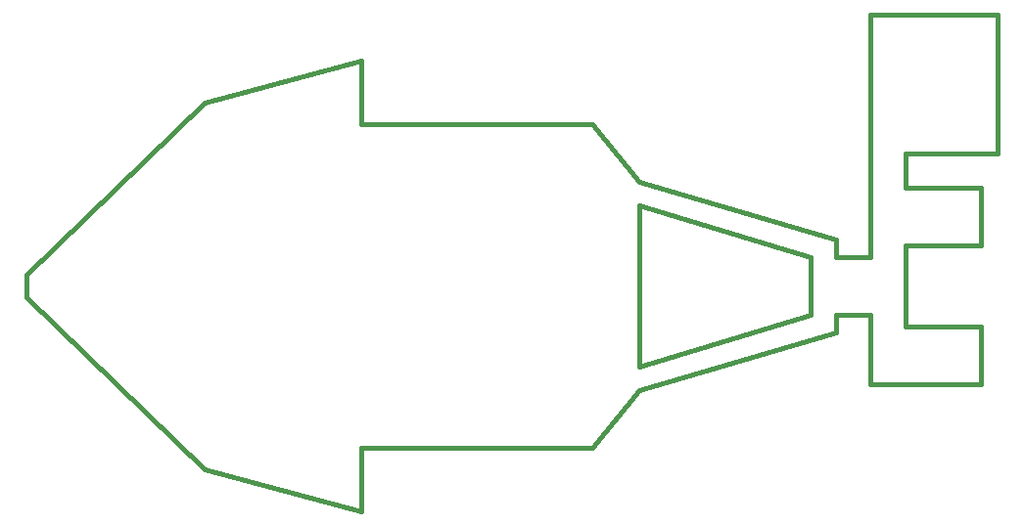
<source format=gm1>
G04 #@! TF.GenerationSoftware,KiCad,Pcbnew,(5.0.1)-3*
G04 #@! TF.CreationDate,2018-10-30T21:40:18+09:00*
G04 #@! TF.ProjectId,Zirconia,5A6972636F6E69612E6B696361645F70,rev?*
G04 #@! TF.SameCoordinates,Original*
G04 #@! TF.FileFunction,Profile,NP*
%FSLAX46Y46*%
G04 Gerber Fmt 4.6, Leading zero omitted, Abs format (unit mm)*
G04 Created by KiCad (PCBNEW (5.0.1)-3) date 2018/10/30 21:40:18*
%MOMM*%
%LPD*%
G01*
G04 APERTURE LIST*
%ADD10C,0.381000*%
G04 APERTURE END LIST*
D10*
X178900680Y-35401100D02*
X170900680Y-35401100D01*
X178900680Y-23401100D02*
X178900680Y-35401100D01*
X167900680Y-23401100D02*
X178900680Y-23401100D01*
X167900680Y-35401100D02*
X167900680Y-23401100D01*
X167900680Y-35401100D02*
X167900680Y-38401100D01*
X170900680Y-38401100D02*
X170900680Y-35401100D01*
X177400680Y-38401100D02*
X170900680Y-38401100D01*
X164900680Y-43401100D02*
X164900680Y-44401100D01*
X167900680Y-44401100D02*
X167900680Y-38401100D01*
X164900680Y-44401100D02*
X167900680Y-44401100D01*
X167900680Y-49401100D02*
X167900680Y-55401100D01*
X164900680Y-49401100D02*
X167900680Y-49401100D01*
X164900680Y-50401100D02*
X164900680Y-49401100D01*
X164900680Y-50901100D02*
X164900680Y-50401100D01*
X164900680Y-42901100D02*
X164900680Y-43401100D01*
X147900680Y-39901100D02*
X147900680Y-53901100D01*
X177400680Y-55401100D02*
X167900680Y-55401100D01*
X177400680Y-50401100D02*
X177400680Y-55401100D01*
X170900680Y-50401100D02*
X177400680Y-50401100D01*
X170900680Y-43401100D02*
X170900680Y-50401100D01*
X177400680Y-43401100D02*
X170900680Y-43401100D01*
X177400680Y-38401100D02*
X177400680Y-43401100D01*
X123800680Y-27401100D02*
X110300680Y-31001100D01*
X123800680Y-32901100D02*
X123800680Y-27401100D01*
X123800680Y-66401100D02*
X110300680Y-62801100D01*
X123800680Y-60901100D02*
X123800680Y-66401100D01*
X94900680Y-45901100D02*
X94900680Y-47901100D01*
X110300680Y-62801100D02*
X94900680Y-47901100D01*
X94900680Y-45901100D02*
X110300680Y-31001100D01*
X147900680Y-53901100D02*
X162700680Y-49401100D01*
X147900680Y-39901100D02*
X162700680Y-44401100D01*
X147900680Y-55901100D02*
X164900680Y-50901100D01*
X143800680Y-60901100D02*
X147900680Y-55901100D01*
X147900680Y-37901100D02*
X164900680Y-42901100D01*
X143800680Y-32901100D02*
X147900680Y-37901100D01*
X162700680Y-49401100D02*
X162700680Y-44401100D01*
X123800680Y-32901100D02*
X143800680Y-32901100D01*
X143800680Y-60901100D02*
X123800680Y-60901100D01*
M02*

</source>
